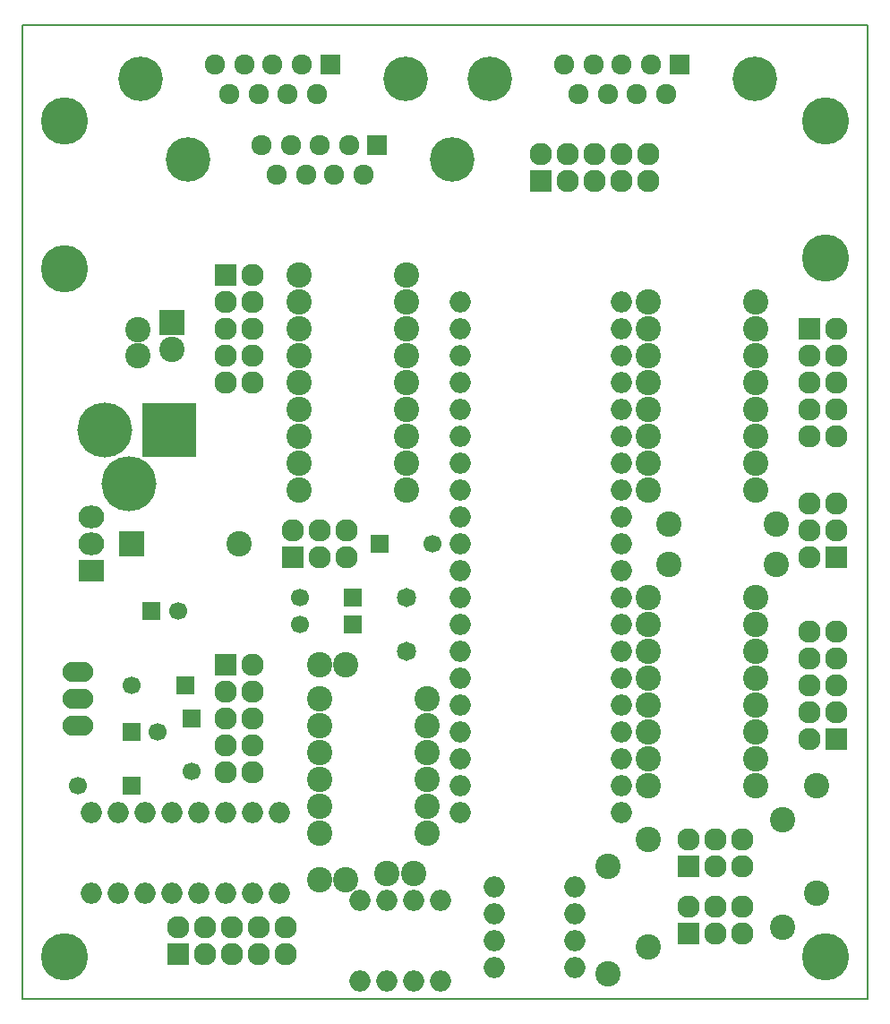
<source format=gbr>
G04 #@! TF.FileFunction,Soldermask,Top*
%FSLAX46Y46*%
G04 Gerber Fmt 4.6, Leading zero omitted, Abs format (unit mm)*
G04 Created by KiCad (PCBNEW 4.0.1-stable) date Sonntag, 31. Januar 2016 12:56:46*
%MOMM*%
G01*
G04 APERTURE LIST*
%ADD10C,0.100000*%
%ADD11C,0.150000*%
%ADD12R,2.127200X2.127200*%
%ADD13O,2.127200X2.127200*%
%ADD14C,2.398980*%
%ADD15R,2.398980X2.398980*%
%ADD16C,1.822400*%
%ADD17C,4.464000*%
%ADD18O,2.000000X2.000000*%
%ADD19O,2.899360X1.901140*%
%ADD20R,2.432000X2.127200*%
%ADD21O,2.432000X2.127200*%
%ADD22C,5.200600*%
%ADD23R,5.200600X5.200600*%
%ADD24C,4.210000*%
%ADD25R,1.924000X1.924000*%
%ADD26C,1.924000*%
%ADD27R,2.400000X2.400000*%
%ADD28C,2.400000*%
%ADD29R,1.700000X1.700000*%
%ADD30C,1.700000*%
G04 APERTURE END LIST*
D10*
D11*
X80000000Y92000000D02*
X80000000Y80000000D01*
X0Y92000000D02*
X80000000Y92000000D01*
X0Y74000000D02*
X0Y92000000D01*
X0Y74000000D02*
X0Y70000000D01*
X0Y0D02*
X0Y70000000D01*
X17000000Y0D02*
X0Y0D01*
X18000000Y0D02*
X17000000Y0D01*
X80000000Y0D02*
X18000000Y0D01*
X80000000Y80000000D02*
X80000000Y0D01*
D12*
X25565000Y41710000D03*
D13*
X25565000Y44250000D03*
X28105000Y41710000D03*
X28105000Y44250000D03*
X30645000Y41710000D03*
X30645000Y44250000D03*
D14*
X20485000Y42982540D03*
D15*
X10325000Y42982540D03*
D16*
X36360000Y37900000D03*
X36360000Y32820000D03*
D17*
X4000000Y4000000D03*
X4000000Y83000000D03*
X76000000Y83000000D03*
X76000000Y4000000D03*
X4000000Y69000000D03*
X76000000Y70000000D03*
D14*
X10960000Y63259360D03*
X10960000Y60760000D03*
X30604360Y31550000D03*
X28105000Y31550000D03*
X30604360Y11230000D03*
X28105000Y11230000D03*
X34495640Y11865000D03*
X36995000Y11865000D03*
D18*
X6515000Y9960000D03*
X9055000Y9960000D03*
X11595000Y9960000D03*
X14135000Y9960000D03*
X16675000Y9960000D03*
X19215000Y9960000D03*
X21755000Y9960000D03*
X24295000Y9960000D03*
X24295000Y17580000D03*
X21755000Y17580000D03*
X19215000Y17580000D03*
X16675000Y17580000D03*
X14135000Y17580000D03*
X11595000Y17580000D03*
X9055000Y17580000D03*
X6515000Y17580000D03*
D19*
X5245000Y28375000D03*
X5245000Y30915000D03*
X5245000Y25835000D03*
D18*
X44615000Y10595000D03*
X44615000Y8055000D03*
X44615000Y5515000D03*
X44615000Y2975000D03*
X52235000Y2975000D03*
X52235000Y5515000D03*
X52235000Y8055000D03*
X52235000Y10595000D03*
X31915000Y1705000D03*
X34455000Y1705000D03*
X36995000Y1705000D03*
X39535000Y1705000D03*
X39535000Y9325000D03*
X36995000Y9325000D03*
X34455000Y9325000D03*
X31915000Y9325000D03*
D14*
X38265000Y15675000D03*
X28105000Y15675000D03*
X38265000Y18215000D03*
X28105000Y18215000D03*
X38265000Y23295000D03*
X28105000Y23295000D03*
X38265000Y25835000D03*
X28105000Y25835000D03*
X38265000Y20755000D03*
X28105000Y20755000D03*
X38265000Y28375000D03*
X28105000Y28375000D03*
X59220000Y37900000D03*
X69380000Y37900000D03*
X59220000Y35360000D03*
X69380000Y35360000D03*
X59220000Y32820000D03*
X69380000Y32820000D03*
X59220000Y30280000D03*
X69380000Y30280000D03*
X59220000Y27740000D03*
X69380000Y27740000D03*
X59220000Y25200000D03*
X69380000Y25200000D03*
X59220000Y22660000D03*
X69380000Y22660000D03*
X59220000Y20120000D03*
X69380000Y20120000D03*
X36360000Y50600000D03*
X26200000Y50600000D03*
X36360000Y53140000D03*
X26200000Y53140000D03*
X36360000Y55680000D03*
X26200000Y55680000D03*
X36360000Y58220000D03*
X26200000Y58220000D03*
X36360000Y60760000D03*
X26200000Y60760000D03*
X36360000Y63300000D03*
X26200000Y63300000D03*
X36360000Y65840000D03*
X26200000Y65840000D03*
X36360000Y68380000D03*
X26200000Y68380000D03*
X59220000Y48060000D03*
X69380000Y48060000D03*
X59220000Y50600000D03*
X69380000Y50600000D03*
X59220000Y53140000D03*
X69380000Y53140000D03*
X59220000Y55680000D03*
X69380000Y55680000D03*
X59220000Y58220000D03*
X69380000Y58220000D03*
X59220000Y60760000D03*
X69380000Y60760000D03*
X59220000Y63300000D03*
X69380000Y63300000D03*
X59220000Y65840000D03*
X69380000Y65840000D03*
X61125000Y44885000D03*
X71285000Y44885000D03*
X61125000Y41075000D03*
X71285000Y41075000D03*
X36360000Y48060000D03*
X26200000Y48060000D03*
X71920000Y6785000D03*
X71920000Y16945000D03*
X75095000Y9960000D03*
X75095000Y20120000D03*
X59220000Y4880000D03*
X59220000Y15040000D03*
X55410000Y12500000D03*
X55410000Y2340000D03*
D20*
X6515000Y40440000D03*
D21*
X6515000Y42980000D03*
X6515000Y45520000D03*
D22*
X7785000Y53775000D03*
D23*
X13881000Y53775000D03*
D22*
X10071000Y48695000D03*
D12*
X19215000Y31550000D03*
D13*
X21755000Y31550000D03*
X19215000Y29010000D03*
X21755000Y29010000D03*
X19215000Y26470000D03*
X21755000Y26470000D03*
X19215000Y23930000D03*
X21755000Y23930000D03*
X19215000Y21390000D03*
X21755000Y21390000D03*
D12*
X77000000Y24565000D03*
D13*
X74460000Y24565000D03*
X77000000Y27105000D03*
X74460000Y27105000D03*
X77000000Y29645000D03*
X74460000Y29645000D03*
X77000000Y32185000D03*
X74460000Y32185000D03*
X77000000Y34725000D03*
X74460000Y34725000D03*
D12*
X19215000Y68380000D03*
D13*
X21755000Y68380000D03*
X19215000Y65840000D03*
X21755000Y65840000D03*
X19215000Y63300000D03*
X21755000Y63300000D03*
X19215000Y60760000D03*
X21755000Y60760000D03*
X19215000Y58220000D03*
X21755000Y58220000D03*
D12*
X74460000Y63300000D03*
D13*
X77000000Y63300000D03*
X74460000Y60760000D03*
X77000000Y60760000D03*
X74460000Y58220000D03*
X77000000Y58220000D03*
X74460000Y55680000D03*
X77000000Y55680000D03*
X74460000Y53140000D03*
X77000000Y53140000D03*
D12*
X77000000Y41710000D03*
D13*
X74460000Y41710000D03*
X77000000Y44250000D03*
X74460000Y44250000D03*
X77000000Y46790000D03*
X74460000Y46790000D03*
D12*
X14770000Y4245000D03*
D13*
X14770000Y6785000D03*
X17310000Y4245000D03*
X17310000Y6785000D03*
X19850000Y4245000D03*
X19850000Y6785000D03*
X22390000Y4245000D03*
X22390000Y6785000D03*
X24930000Y4245000D03*
X24930000Y6785000D03*
D12*
X49060000Y77270000D03*
D13*
X49060000Y79810000D03*
X51600000Y77270000D03*
X51600000Y79810000D03*
X54140000Y77270000D03*
X54140000Y79810000D03*
X56680000Y77270000D03*
X56680000Y79810000D03*
X59220000Y77270000D03*
X59220000Y79810000D03*
D18*
X41440000Y65840000D03*
X41440000Y63300000D03*
X41440000Y60760000D03*
X41440000Y58220000D03*
X41440000Y55680000D03*
X41440000Y53140000D03*
X41440000Y50600000D03*
X41440000Y48060000D03*
X41440000Y45520000D03*
X41440000Y42980000D03*
X41440000Y40440000D03*
X41440000Y37900000D03*
X41440000Y35360000D03*
X41440000Y32820000D03*
X41440000Y30280000D03*
X41440000Y27740000D03*
X41440000Y25200000D03*
X41440000Y22660000D03*
X41440000Y20120000D03*
X41440000Y17580000D03*
X56680000Y17580000D03*
X56680000Y20120000D03*
X56680000Y22660000D03*
X56680000Y25200000D03*
X56680000Y27740000D03*
X56680000Y30280000D03*
X56680000Y32820000D03*
X56680000Y35360000D03*
X56680000Y37900000D03*
X56680000Y40440000D03*
X56680000Y42980000D03*
X56680000Y45520000D03*
X56680000Y48060000D03*
X56680000Y50600000D03*
X56680000Y53140000D03*
X56680000Y55680000D03*
X56680000Y58220000D03*
X56680000Y60760000D03*
X56680000Y63300000D03*
X56680000Y65840000D03*
D12*
X63030000Y6150000D03*
D13*
X63030000Y8690000D03*
X65570000Y6150000D03*
X65570000Y8690000D03*
X68110000Y6150000D03*
X68110000Y8690000D03*
D12*
X63030000Y12500000D03*
D13*
X63030000Y15040000D03*
X65570000Y12500000D03*
X65570000Y15040000D03*
X68110000Y12500000D03*
X68110000Y15040000D03*
D24*
X15659000Y79302000D03*
X40678000Y79302000D03*
D25*
X33566000Y80699000D03*
D26*
X30899000Y80699000D03*
X28105000Y80699000D03*
X25438000Y80699000D03*
X22644000Y80699000D03*
X32296000Y77905000D03*
X29502000Y77905000D03*
X26835000Y77905000D03*
X24041000Y77905000D03*
D27*
X14135000Y63935000D03*
D28*
X14135000Y61395000D03*
D29*
X33820000Y42980000D03*
D30*
X38820000Y42980000D03*
D29*
X31280000Y35360000D03*
D30*
X26280000Y35360000D03*
D29*
X31280000Y37900000D03*
D30*
X26280000Y37900000D03*
D29*
X10325000Y25200000D03*
D30*
X12825000Y25200000D03*
D29*
X16040000Y26470000D03*
D30*
X16040000Y21470000D03*
D29*
X10325000Y20120000D03*
D30*
X5325000Y20120000D03*
D29*
X15405000Y29645000D03*
D30*
X10405000Y29645000D03*
X14730000Y36630000D03*
D29*
X12230000Y36630000D03*
D24*
X44234000Y86922000D03*
X69253000Y86922000D03*
D25*
X62141000Y88319000D03*
D26*
X59474000Y88319000D03*
X56680000Y88319000D03*
X54013000Y88319000D03*
X51219000Y88319000D03*
X60871000Y85525000D03*
X58077000Y85525000D03*
X55410000Y85525000D03*
X52616000Y85525000D03*
D24*
X11214000Y86922000D03*
X36233000Y86922000D03*
D25*
X29121000Y88319000D03*
D26*
X26454000Y88319000D03*
X23660000Y88319000D03*
X20993000Y88319000D03*
X18199000Y88319000D03*
X27851000Y85525000D03*
X25057000Y85525000D03*
X22390000Y85525000D03*
X19596000Y85525000D03*
M02*

</source>
